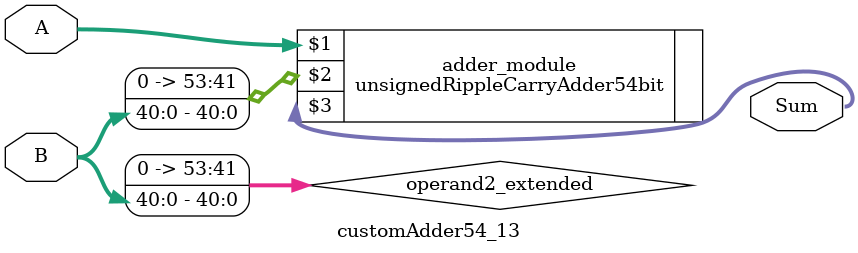
<source format=v>
module customAdder54_13(
                        input [53 : 0] A,
                        input [40 : 0] B,
                        
                        output [54 : 0] Sum
                );

        wire [53 : 0] operand2_extended;
        
        assign operand2_extended =  {13'b0, B};
        
        unsignedRippleCarryAdder54bit adder_module(
            A,
            operand2_extended,
            Sum
        );
        
        endmodule
        
</source>
